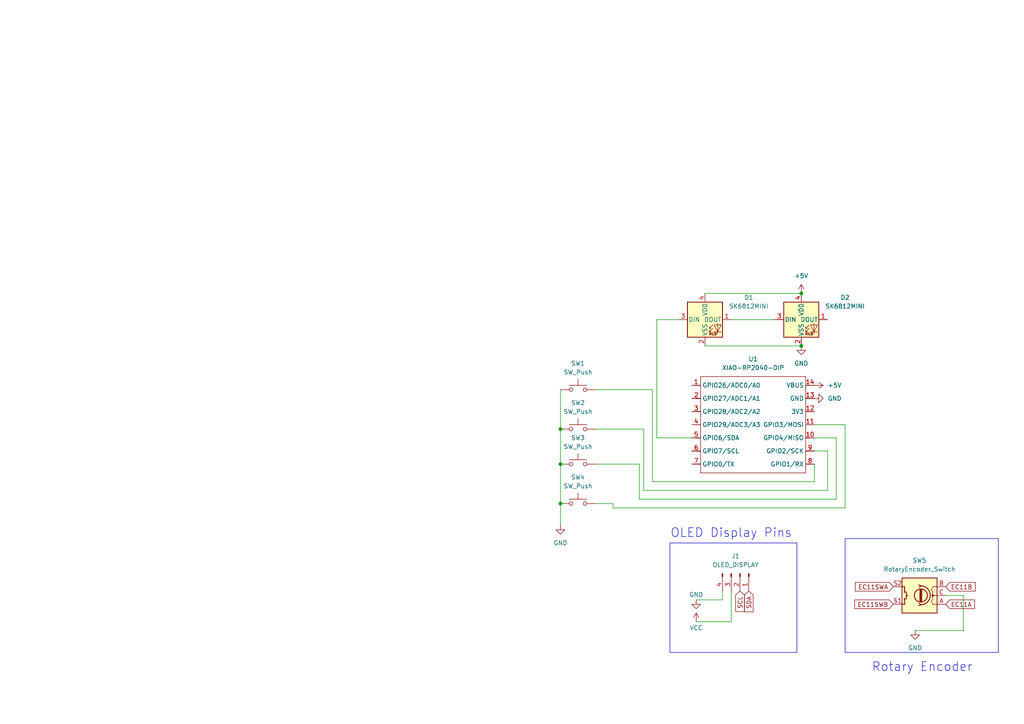
<source format=kicad_sch>
(kicad_sch (version 20250114) (generator "eeschema") (generator_version "9.0")
  (paper "A4")
  (lib_symbols
    (symbol "Connector:Conn_01x04_Pin" (pin_names (offset 1.016) (hide yes))
      (property "Reference" "J" (at 0 5.08 0))
      (property "Value" "Conn_01x04_Pin" (at 0 -7.62 0))
      (symbol "Conn_01x04_Pin_1_1"
        (rectangle (start 0.8636 2.667) (end 0 2.413) (stroke (width 0.1524)) (fill (type outline)))
        (rectangle (start 0.8636 0.127) (end 0 -0.127) (stroke (width 0.1524)) (fill (type outline)))
        (rectangle (start 0.8636 -2.413) (end 0 -2.667) (stroke (width 0.1524)) (fill (type outline)))
        (rectangle (start 0.8636 -4.953) (end 0 -5.207) (stroke (width 0.1524)) (fill (type outline)))
        (polyline (pts (xy 1.27 2.54) (xy 0.8636 2.54)) (stroke (width 0.1524)))
        (polyline (pts (xy 1.27 0) (xy 0.8636 0)) (stroke (width 0.1524)))
        (polyline (pts (xy 1.27 -2.54) (xy 0.8636 -2.54)) (stroke (width 0.1524)))
        (polyline (pts (xy 1.27 -5.08) (xy 0.8636 -5.08)) (stroke (width 0.1524)))
        (pin passive line (at 5.08 2.54 180) (length 3.81) (name "Pin_1") (number "1"))
        (pin passive line (at 5.08 0 180) (length 3.81) (name "Pin_2") (number "2"))
        (pin passive line (at 5.08 -2.54 180) (length 3.81) (name "Pin_3") (number "3"))
        (pin passive line (at 5.08 -5.08 180) (length 3.81) (name "Pin_4") (number "4"))
      )
    )
    (symbol "Device:RotaryEncoder_Switch" (pin_names (offset 0.254) (hide yes))
      (property "Reference" "SW" (at 0 6.604 0))
      (property "Value" "RotaryEncoder_Switch" (at 0 -6.604 0))
      (symbol "RotaryEncoder_Switch_0_1"
        (rectangle (start -5.08 5.08) (end 5.08 -5.08) (stroke (width 0.254)) (fill (type background)))
        (polyline (pts (xy -5.08 2.54) (xy -3.81 2.54) (xy -3.81 2.032)))
        (polyline (pts (xy -5.08 0) (xy -3.81 0) (xy -3.81 -1.016) (xy -3.302 -2.032)))
        (polyline (pts (xy -5.08 -2.54) (xy -3.81 -2.54) (xy -3.81 -2.032)))
        (polyline (pts (xy -4.318 0) (xy -3.81 0) (xy -3.81 1.016) (xy -3.302 2.032)))
        (circle (center -3.81 0) (radius 0.254) (fill (type outline)))
        (polyline (pts (xy -0.635 -1.778) (xy -0.635 1.778)) (stroke (width 0.254)))
        (circle (center -0.381 0) (radius 1.905) (stroke (width 0.254)))
        (polyline (pts (xy -0.381 -1.778) (xy -0.381 1.778)) (stroke (width 0.254)))
        (arc (start -0.381 -2.794) (mid -3.0988 -0.0635) (end -0.381 2.667) (stroke (width 0.254)))
        (polyline (pts (xy -0.127 1.778) (xy -0.127 -1.778)) (stroke (width 0.254)))
        (polyline (pts (xy 0.254 2.921) (xy -0.508 2.667) (xy 0.127 2.286)) (stroke (width 0.254)))
        (polyline (pts (xy 0.254 -3.048) (xy -0.508 -2.794) (xy 0.127 -2.413)) (stroke (width 0.254)))
        (polyline (pts (xy 3.81 1.016) (xy 3.81 -1.016)) (stroke (width 0.254)))
        (polyline (pts (xy 3.81 0) (xy 3.429 0)) (stroke (width 0.254)))
        (circle (center 4.318 1.016) (radius 0.127) (stroke (width 0.254)))
        (circle (center 4.318 -1.016) (radius 0.127) (stroke (width 0.254)))
        (polyline (pts (xy 5.08 2.54) (xy 4.318 2.54) (xy 4.318 1.016)) (stroke (width 0.254)))
        (polyline (pts (xy 5.08 -2.54) (xy 4.318 -2.54) (xy 4.318 -1.016)) (stroke (width 0.254)))
      )
      (symbol "RotaryEncoder_Switch_1_1"
        (pin passive line (at -7.62 2.54 0) (length 2.54) (name "A") (number "A"))
        (pin passive line (at -7.62 0 0) (length 2.54) (name "C") (number "C"))
        (pin passive line (at -7.62 -2.54 0) (length 2.54) (name "B") (number "B"))
        (pin passive line (at 7.62 2.54 180) (length 2.54) (name "S1") (number "S1"))
        (pin passive line (at 7.62 -2.54 180) (length 2.54) (name "S2") (number "S2"))
      )
    )
    (symbol "LED:SK6812MINI" (pin_names (offset 0.254))
      (property "Reference" "D" (at 5.08 5.715 0))
      (property "Value" "SK6812MINI" (at 1.27 -5.715 0))
      (symbol "SK6812MINI_0_0"
        (text "RGB" (at 2.286 -4.191 0) (effects (font (size 0.762 0.762))))
      )
      (symbol "SK6812MINI_0_1"
        (polyline (pts (xy 1.27 -2.54) (xy 1.778 -2.54)))
        (polyline (pts (xy 1.27 -3.556) (xy 1.778 -3.556)))
        (polyline (pts (xy 2.286 -1.524) (xy 1.27 -2.54) (xy 1.27 -2.032)))
        (polyline (pts (xy 2.286 -2.54) (xy 1.27 -3.556) (xy 1.27 -3.048)))
        (polyline (pts (xy 3.683 -1.016) (xy 3.683 -3.556) (xy 3.683 -4.064)))
        (polyline (pts (xy 4.699 -1.524) (xy 2.667 -1.524) (xy 3.683 -3.556) (xy 4.699 -1.524)))
        (polyline (pts (xy 4.699 -3.556) (xy 2.667 -3.556)))
        (rectangle (start 5.08 5.08) (end -5.08 -5.08) (stroke (width 0.254)) (fill (type background)))
      )
      (symbol "SK6812MINI_1_1"
        (pin input line (at -7.62 0 0) (length 2.54) (name "DIN") (number "3"))
        (pin power_in line (at 0 7.62 270) (length 2.54) (name "VDD") (number "4"))
        (pin power_in line (at 0 -7.62 90) (length 2.54) (name "VSS") (number "2"))
        (pin output line (at 7.62 0 180) (length 2.54) (name "DOUT") (number "1"))
      )
    )
    (symbol "OPL:XIAO-RP2040-DIP"
      (property "Reference" "U" (at 0 0 0))
      (property "Value" "XIAO-RP2040-DIP" (at 5.334 -1.778 0))
      (symbol "XIAO-RP2040-DIP_1_0"
        (polyline (pts (xy -1.27 -2.54) (xy 29.21 -2.54)) (stroke (width 0.1524)))
        (polyline (pts (xy -1.27 -5.08) (xy -2.54 -5.08)) (stroke (width 0.1524)))
        (polyline (pts (xy -1.27 -5.08) (xy -1.27 -2.54)) (stroke (width 0.1524)))
        (polyline (pts (xy -1.27 -8.89) (xy -2.54 -8.89)) (stroke (width 0.1524)))
        (polyline (pts (xy -1.27 -8.89) (xy -1.27 -5.08)) (stroke (width 0.1524)))
        (polyline (pts (xy -1.27 -12.7) (xy -2.54 -12.7)) (stroke (width 0.1524)))
        (polyline (pts (xy -1.27 -12.7) (xy -1.27 -8.89)) (stroke (width 0.1524)))
        (polyline (pts (xy -1.27 -16.51) (xy -2.54 -16.51)) (stroke (width 0.1524)))
        (polyline (pts (xy -1.27 -16.51) (xy -1.27 -12.7)) (stroke (width 0.1524)))
        (polyline (pts (xy -1.27 -20.32) (xy -2.54 -20.32)) (stroke (width 0.1524)))
        (polyline (pts (xy -1.27 -24.13) (xy -2.54 -24.13)) (stroke (width 0.1524)))
        (polyline (pts (xy -1.27 -27.94) (xy -2.54 -27.94)) (stroke (width 0.1524)))
        (polyline (pts (xy -1.27 -30.48) (xy -1.27 -16.51)) (stroke (width 0.1524)))
        (polyline (pts (xy 29.21 -2.54) (xy 29.21 -5.08)) (stroke (width 0.1524)))
        (polyline (pts (xy 29.21 -5.08) (xy 29.21 -8.89)) (stroke (width 0.1524)))
        (polyline (pts (xy 29.21 -8.89) (xy 29.21 -12.7)) (stroke (width 0.1524)))
        (polyline (pts (xy 29.21 -12.7) (xy 29.21 -30.48)) (stroke (width 0.1524)))
        (polyline (pts (xy 29.21 -30.48) (xy -1.27 -30.48)) (stroke (width 0.1524)))
        (polyline (pts (xy 30.48 -5.08) (xy 29.21 -5.08)) (stroke (width 0.1524)))
        (polyline (pts (xy 30.48 -8.89) (xy 29.21 -8.89)) (stroke (width 0.1524)))
        (polyline (pts (xy 30.48 -12.7) (xy 29.21 -12.7)) (stroke (width 0.1524)))
        (polyline (pts (xy 30.48 -16.51) (xy 29.21 -16.51)) (stroke (width 0.1524)))
        (polyline (pts (xy 30.48 -20.32) (xy 29.21 -20.32)) (stroke (width 0.1524)))
        (polyline (pts (xy 30.48 -24.13) (xy 29.21 -24.13)) (stroke (width 0.1524)))
        (polyline (pts (xy 30.48 -27.94) (xy 29.21 -27.94)) (stroke (width 0.1524)))
        (pin passive line (at -3.81 -5.08 0) (length 2.54) (name "GPIO26/ADC0/A0") (number "1"))
        (pin passive line (at -3.81 -8.89 0) (length 2.54) (name "GPIO27/ADC1/A1") (number "2"))
        (pin passive line (at -3.81 -12.7 0) (length 2.54) (name "GPIO28/ADC2/A2") (number "3"))
        (pin passive line (at -3.81 -16.51 0) (length 2.54) (name "GPIO29/ADC3/A3") (number "4"))
        (pin passive line (at -3.81 -20.32 0) (length 2.54) (name "GPIO6/SDA") (number "5"))
        (pin passive line (at -3.81 -24.13 0) (length 2.54) (name "GPIO7/SCL") (number "6"))
        (pin passive line (at -3.81 -27.94 0) (length 2.54) (name "GPIO0/TX") (number "7"))
        (pin passive line (at 31.75 -5.08 180) (length 2.54) (name "VBUS") (number "14"))
        (pin passive line (at 31.75 -8.89 180) (length 2.54) (name "GND") (number "13"))
        (pin passive line (at 31.75 -12.7 180) (length 2.54) (name "3V3") (number "12"))
        (pin passive line (at 31.75 -16.51 180) (length 2.54) (name "GPIO3/MOSI") (number "11"))
        (pin passive line (at 31.75 -20.32 180) (length 2.54) (name "GPIO4/MISO") (number "10"))
        (pin passive line (at 31.75 -24.13 180) (length 2.54) (name "GPIO2/SCK") (number "9"))
        (pin passive line (at 31.75 -27.94 180) (length 2.54) (name "GPIO1/RX") (number "8"))
      )
    )
    (symbol "Switch:SW_Push" (pin_numbers (hide yes)) (pin_names (offset 1.016) (hide yes))
      (property "Reference" "SW" (at 1.27 2.54 0))
      (property "Value" "SW_Push" (at 0 -1.524 0))
      (symbol "SW_Push_0_1"
        (circle (center -2.032 0) (radius 0.508))
        (polyline (pts (xy 0 1.27) (xy 0 3.048)))
        (circle (center 2.032 0) (radius 0.508))
        (polyline (pts (xy 2.54 1.27) (xy -2.54 1.27)))
        (pin passive line (at -5.08 0 0) (length 2.54) (name "1") (number "1"))
        (pin passive line (at 5.08 0 180) (length 2.54) (name "2") (number "2"))
      )
    )
    (symbol "power:+5V" (power) (pin_numbers (hide yes)) (pin_names (offset 0) (hide yes))
      (property "Value" "+5V" (at 0 3.556 0))
      (symbol "+5V_0_1"
        (polyline (pts (xy -0.762 1.27) (xy 0 2.54)))
        (polyline (pts (xy 0 2.54) (xy 0.762 1.27)))
        (polyline (pts (xy 0 0) (xy 0 2.54)))
      )
      (symbol "+5V_1_1"
        (pin power_in line (at 0 0 90) (length 0) (name "~") (number "1"))
      )
    )
    (symbol "power:GND" (power) (pin_numbers (hide yes)) (pin_names (offset 0) (hide yes))
      (property "Value" "GND" (at 0 -3.81 0))
      (symbol "GND_0_1"
        (polyline (pts (xy 0 0) (xy 0 -1.27) (xy 1.27 -1.27) (xy 0 -2.54) (xy -1.27 -1.27) (xy 0 -1.27)))
      )
      (symbol "GND_1_1"
        (pin power_in line (at 0 0 270) (length 0) (name "~") (number "1"))
      )
    )
    (symbol "power:VCC" (power) (pin_numbers (hide yes)) (pin_names (offset 0) (hide yes))
      (property "Value" "VCC" (at 0 3.556 0))
      (symbol "VCC_0_1"
        (polyline (pts (xy -0.762 1.27) (xy 0 2.54)))
        (polyline (pts (xy 0 2.54) (xy 0.762 1.27)))
        (polyline (pts (xy 0 0) (xy 0 2.54)))
      )
      (symbol "VCC_1_1"
        (pin power_in line (at 0 0 90) (length 0) (name "~") (number "1"))
      )
    )
  )
  (rectangle (start 245.11 156.21) (end 289.56 189.23))
  (rectangle (start 194.31 157.48) (end 231.14 189.23))
  (text "OLED Display Pins" (at 212.09 154.686 0) (effects (font (size 2.54 2.54))))
  (text "Rotary Encoder" (at 267.462 193.548 0) (effects (font (size 2.54 2.54))))
  (junction (at 232.41 100.33))
  (junction (at 162.56 124.46))
  (junction (at 162.56 146.05))
  (junction (at 232.41 85.09))
  (junction (at 162.56 134.62))
  (wire (pts (xy 172.72 146.05) (xy 177.8 146.05)))
  (wire (pts (xy 240.03 142.24) (xy 186.69 142.24)))
  (wire (pts (xy 186.69 142.24) (xy 186.69 124.46)))
  (wire (pts (xy 236.22 130.81) (xy 240.03 130.81)))
  (wire (pts (xy 209.55 173.99) (xy 209.55 171.45)))
  (wire (pts (xy 189.23 113.03) (xy 172.72 113.03)))
  (wire (pts (xy 201.93 180.34) (xy 212.09 180.34)))
  (wire (pts (xy 204.47 100.33) (xy 232.41 100.33)))
  (wire (pts (xy 201.93 173.99) (xy 209.55 173.99)))
  (wire (pts (xy 212.09 180.34) (xy 212.09 171.45)))
  (wire (pts (xy 245.11 123.19) (xy 245.11 147.32)))
  (wire (pts (xy 172.72 124.46) (xy 186.69 124.46)))
  (wire (pts (xy 204.47 85.09) (xy 232.41 85.09)))
  (wire (pts (xy 279.4 172.72) (xy 274.32 172.72)))
  (wire (pts (xy 236.22 127) (xy 242.57 127)))
  (wire (pts (xy 189.23 139.7) (xy 189.23 113.03)))
  (wire (pts (xy 236.22 123.19) (xy 245.11 123.19)))
  (wire (pts (xy 190.5 92.71) (xy 196.85 92.71)))
  (wire (pts (xy 185.42 144.78) (xy 185.42 134.62)))
  (wire (pts (xy 212.09 92.71) (xy 224.79 92.71)))
  (wire (pts (xy 172.72 134.62) (xy 185.42 134.62)))
  (wire (pts (xy 162.56 146.05) (xy 162.56 152.4)))
  (wire (pts (xy 240.03 130.81) (xy 240.03 142.24)))
  (wire (pts (xy 236.22 134.62) (xy 236.22 139.7)))
  (wire (pts (xy 190.5 127) (xy 190.5 92.71)))
  (wire (pts (xy 265.43 182.88) (xy 279.4 182.88)))
  (wire (pts (xy 279.4 172.72) (xy 279.4 182.88)))
  (wire (pts (xy 162.56 134.62) (xy 162.56 146.05)))
  (wire (pts (xy 162.56 124.46) (xy 162.56 134.62)))
  (wire (pts (xy 236.22 139.7) (xy 189.23 139.7)))
  (wire (pts (xy 200.66 127) (xy 190.5 127)))
  (wire (pts (xy 242.57 127) (xy 242.57 144.78)))
  (wire (pts (xy 242.57 144.78) (xy 185.42 144.78)))
  (wire (pts (xy 245.11 147.32) (xy 177.8 147.32)))
  (wire (pts (xy 162.56 113.03) (xy 162.56 124.46)))
  (wire (pts (xy 177.8 147.32) (xy 177.8 146.05)))
  (global_label "EC11B" (shape input) (at 274.32 170.18 0) (property "Intersheetrefs" "${INTERSHEET_REFS}" (effects (hide yes))))
  (global_label "SCL" (shape input) (at 214.63 171.45 270) (property "Intersheetrefs" "${INTERSHEET_REFS}" (effects (hide yes))))
  (global_label "SDA" (shape input) (at 217.17 171.45 270) (property "Intersheetrefs" "${INTERSHEET_REFS}" (effects (hide yes))))
  (global_label "EC11A" (shape input) (at 274.32 175.26 0) (property "Intersheetrefs" "${INTERSHEET_REFS}" (effects (hide yes))))
  (global_label "EC11SWB" (shape input) (at 259.08 175.26 180) (property "Intersheetrefs" "${INTERSHEET_REFS}" (effects (hide yes))))
  (global_label "EC11SWA" (shape input) (at 259.08 170.18 180) (property "Intersheetrefs" "${INTERSHEET_REFS}" (effects (hide yes))))
  (symbol (lib_id "power:GND") (at 265.43 182.88 0) (unit 1)
    (property "Reference" "#PWR08" (effects (hide yes)))
    (property "Value" "GND" (at 265.43 187.96 0))
    (property "Description" "Power symbol creates a global label with name \"GND\" , ground" (effects (hide yes)))
  )
  (symbol (lib_id "LED:SK6812MINI") (at 204.47 92.71 0) (unit 1)
    (property "Reference" "D1" (at 217.17 86.2898 0))
    (property "Value" "SK6812MINI" (at 217.17 88.8298 0))
    (property "Footprint" "LED_SMD:LED_SK6812MINI_PLCC4_3.5x3.5mm_P1.75mm" (effects (hide yes)))
    (property "Datasheet" "https://cdn-shop.adafruit.com/product-files/2686/SK6812MINI_REV.01-1-2.pdf" (effects (hide yes)))
    (property "Description" "RGB LED with integrated controller" (effects (hide yes)))
  )
  (symbol (lib_id "power:+5V") (at 232.41 85.09 0) (unit 1)
    (property "Reference" "#PWR04" (effects (hide yes)))
    (property "Value" "+5V" (at 232.41 80.01 0))
    (property "Description" "Power symbol creates a global label with name \"+5V\"" (effects (hide yes)))
  )
  (symbol (lib_id "Switch:SW_Push") (at 167.64 146.05 0) (unit 1)
    (property "Reference" "SW4" (at 167.64 138.43 0))
    (property "Value" "SW_Push" (at 167.64 140.97 0))
    (property "Footprint" "Button_Switch_Keyboard:SW_Cherry_MX_1.00u_PCB" (effects (hide yes)))
    (property "Description" "Push button switch, generic, two pins" (effects (hide yes)))
  )
  (symbol (lib_id "power:VCC") (at 201.93 180.34 0) (unit 1)
    (property "Reference" "#PWR07" (effects (hide yes)))
    (property "Value" "VCC" (at 201.93 182.118 0))
    (property "Description" "Power symbol creates a global label with name \"VCC\"" (effects (hide yes)))
  )
  (symbol (lib_id "power:+5V") (at 236.22 111.76 270) (unit 1)
    (property "Reference" "#PWR05" (effects (hide yes)))
    (property "Value" "+5V" (at 240.03 111.7599 90) (effects (justify left)))
    (property "Description" "Power symbol creates a global label with name \"+5V\"" (effects (hide yes)))
  )
  (symbol (lib_id "power:GND") (at 236.22 115.57 90) (unit 1)
    (property "Reference" "#PWR02" (effects (hide yes)))
    (property "Value" "GND" (at 240.03 115.5699 90) (effects (justify right)))
    (property "Description" "Power symbol creates a global label with name \"GND\" , ground" (effects (hide yes)))
  )
  (symbol (lib_id "Switch:SW_Push") (at 167.64 134.62 0) (unit 1)
    (property "Reference" "SW3" (at 167.64 127 0))
    (property "Value" "SW_Push" (at 167.64 129.54 0))
    (property "Footprint" "Button_Switch_Keyboard:SW_Cherry_MX_1.00u_PCB" (effects (hide yes)))
    (property "Description" "Push button switch, generic, two pins" (effects (hide yes)))
  )
  (symbol (lib_id "LED:SK6812MINI") (at 232.41 92.71 0) (unit 1)
    (property "Reference" "D2" (at 245.11 86.2898 0))
    (property "Value" "SK6812MINI" (at 245.11 88.8298 0))
    (property "Footprint" "LED_SMD:LED_SK6812MINI_PLCC4_3.5x3.5mm_P1.75mm" (effects (hide yes)))
    (property "Datasheet" "https://cdn-shop.adafruit.com/product-files/2686/SK6812MINI_REV.01-1-2.pdf" (effects (hide yes)))
    (property "Description" "RGB LED with integrated controller" (effects (hide yes)))
  )
  (symbol (lib_id "Connector:Conn_01x04_Pin") (at 214.63 166.37 270) (unit 1)
    (property "Reference" "J1" (at 213.36 161.29 90))
    (property "Value" "OLED_DISPLAY" (at 213.36 163.83 90))
    (property "Footprint" "Connector_PinHeader_2.54mm:PinHeader_1x04_P2.54mm_Vertical" (effects (hide yes)))
    (property "Description" "Generic connector, single row, 01x04, script generated" (effects (hide yes)))
  )
  (symbol (lib_id "Switch:SW_Push") (at 167.64 113.03 0) (unit 1)
    (property "Reference" "SW1" (at 167.64 105.41 0))
    (property "Value" "SW_Push" (at 167.64 107.95 0))
    (property "Footprint" "Button_Switch_Keyboard:SW_Cherry_MX_1.00u_PCB" (effects (hide yes)))
    (property "Description" "Push button switch, generic, two pins" (effects (hide yes)))
  )
  (symbol (lib_id "power:GND") (at 201.93 173.99 0) (unit 1)
    (property "Reference" "#PWR06" (effects (hide yes)))
    (property "Value" "GND" (at 201.93 172.466 0))
    (property "Description" "Power symbol creates a global label with name \"GND\" , ground" (effects (hide yes)))
  )
  (symbol (lib_id "Device:RotaryEncoder_Switch") (at 266.7 172.72 180) (unit 1)
    (property "Reference" "SW5" (at 266.7 162.56 0))
    (property "Value" "RotaryEncoder_Switch" (at 266.7 165.1 0))
    (property "Footprint" "Rotary_Encoder:RotaryEncoder_Alps_EC11E-Switch_Vertical_H20mm" (effects (hide yes)))
    (property "Description" "Rotary encoder, dual channel, incremental quadrate outputs, with switch" (effects (hide yes)))
  )
  (symbol (lib_id "OPL:XIAO-RP2040-DIP") (at 204.47 106.68 0) (unit 1)
    (property "Reference" "U1" (at 218.44 104.14 0))
    (property "Value" "XIAO-RP2040-DIP" (at 218.44 106.68 0))
    (property "Footprint" "OPL:XIAO-RP2040-DIP" (effects (hide yes)))
  )
  (symbol (lib_id "power:GND") (at 232.41 100.33 0) (unit 1)
    (property "Reference" "#PWR03" (effects (hide yes)))
    (property "Value" "GND" (at 232.41 105.41 0))
    (property "Description" "Power symbol creates a global label with name \"GND\" , ground" (effects (hide yes)))
  )
  (symbol (lib_id "power:GND") (at 162.56 152.4 0) (unit 1)
    (property "Reference" "#PWR01" (effects (hide yes)))
    (property "Value" "GND" (at 162.56 157.48 0))
    (property "Description" "Power symbol creates a global label with name \"GND\" , ground" (effects (hide yes)))
  )
  (symbol (lib_id "Switch:SW_Push") (at 167.64 124.46 0) (unit 1)
    (property "Reference" "SW2" (at 167.64 116.84 0))
    (property "Value" "SW_Push" (at 167.64 119.38 0))
    (property "Footprint" "Button_Switch_Keyboard:SW_Cherry_MX_1.00u_PCB" (effects (hide yes)))
    (property "Description" "Push button switch, generic, two pins" (effects (hide yes)))
  )
)
</source>
